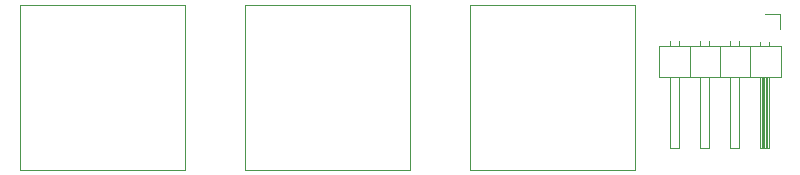
<source format=gbr>
%TF.GenerationSoftware,KiCad,Pcbnew,8.0.3*%
%TF.CreationDate,2024-06-07T01:36:30+12:00*%
%TF.ProjectId,mechanical_switch_breakout,6d656368-616e-4696-9361-6c5f73776974,0.1.0*%
%TF.SameCoordinates,Original*%
%TF.FileFunction,Legend,Top*%
%TF.FilePolarity,Positive*%
%FSLAX46Y46*%
G04 Gerber Fmt 4.6, Leading zero omitted, Abs format (unit mm)*
G04 Created by KiCad (PCBNEW 8.0.3) date 2024-06-07 01:36:30*
%MOMM*%
%LPD*%
G01*
G04 APERTURE LIST*
%ADD10C,0.120000*%
G04 APERTURE END LIST*
D10*
%TO.C,J1*%
X124650000Y-59980000D02*
X124650000Y-62640000D01*
X124650000Y-62640000D02*
X134930000Y-62640000D01*
X125600000Y-59582929D02*
X125600000Y-59980000D01*
X125600000Y-68640000D02*
X125600000Y-62640000D01*
X126360000Y-59582929D02*
X126360000Y-59980000D01*
X126360000Y-62640000D02*
X126360000Y-68640000D01*
X126360000Y-68640000D02*
X125600000Y-68640000D01*
X127250000Y-59980000D02*
X127250000Y-62640000D01*
X128140000Y-59582929D02*
X128140000Y-59980000D01*
X128140000Y-68640000D02*
X128140000Y-62640000D01*
X128900000Y-59582929D02*
X128900000Y-59980000D01*
X128900000Y-62640000D02*
X128900000Y-68640000D01*
X128900000Y-68640000D02*
X128140000Y-68640000D01*
X129790000Y-59980000D02*
X129790000Y-62640000D01*
X130680000Y-59582929D02*
X130680000Y-59980000D01*
X130680000Y-68640000D02*
X130680000Y-62640000D01*
X131440000Y-59582929D02*
X131440000Y-59980000D01*
X131440000Y-62640000D02*
X131440000Y-68640000D01*
X131440000Y-68640000D02*
X130680000Y-68640000D01*
X132330000Y-59980000D02*
X132330000Y-62640000D01*
X133220000Y-59650000D02*
X133220000Y-59980000D01*
X133220000Y-68640000D02*
X133220000Y-62640000D01*
X133320000Y-62640000D02*
X133320000Y-68640000D01*
X133440000Y-62640000D02*
X133440000Y-68640000D01*
X133560000Y-62640000D02*
X133560000Y-68640000D01*
X133600000Y-57270000D02*
X134870000Y-57270000D01*
X133680000Y-62640000D02*
X133680000Y-68640000D01*
X133800000Y-62640000D02*
X133800000Y-68640000D01*
X133920000Y-62640000D02*
X133920000Y-68640000D01*
X133980000Y-59650000D02*
X133980000Y-59980000D01*
X133980000Y-62640000D02*
X133980000Y-68640000D01*
X133980000Y-68640000D02*
X133220000Y-68640000D01*
X134870000Y-57270000D02*
X134870000Y-58540000D01*
X134930000Y-59980000D02*
X124650000Y-59980000D01*
X134930000Y-62640000D02*
X134930000Y-59980000D01*
%TO.C,SW2*%
X89565000Y-56555000D02*
X103535000Y-56555000D01*
X89565000Y-70525000D02*
X89565000Y-56555000D01*
X103535000Y-56555000D02*
X103535000Y-70525000D01*
X103535000Y-70525000D02*
X89565000Y-70525000D01*
%TO.C,SW1*%
X70515000Y-56555000D02*
X84485000Y-56555000D01*
X70515000Y-70525000D02*
X70515000Y-56555000D01*
X84485000Y-56555000D02*
X84485000Y-70525000D01*
X84485000Y-70525000D02*
X70515000Y-70525000D01*
%TO.C,SW3*%
X108615000Y-56555000D02*
X122585000Y-56555000D01*
X108615000Y-70525000D02*
X108615000Y-56555000D01*
X122585000Y-56555000D02*
X122585000Y-70525000D01*
X122585000Y-70525000D02*
X108615000Y-70525000D01*
%TD*%
M02*

</source>
